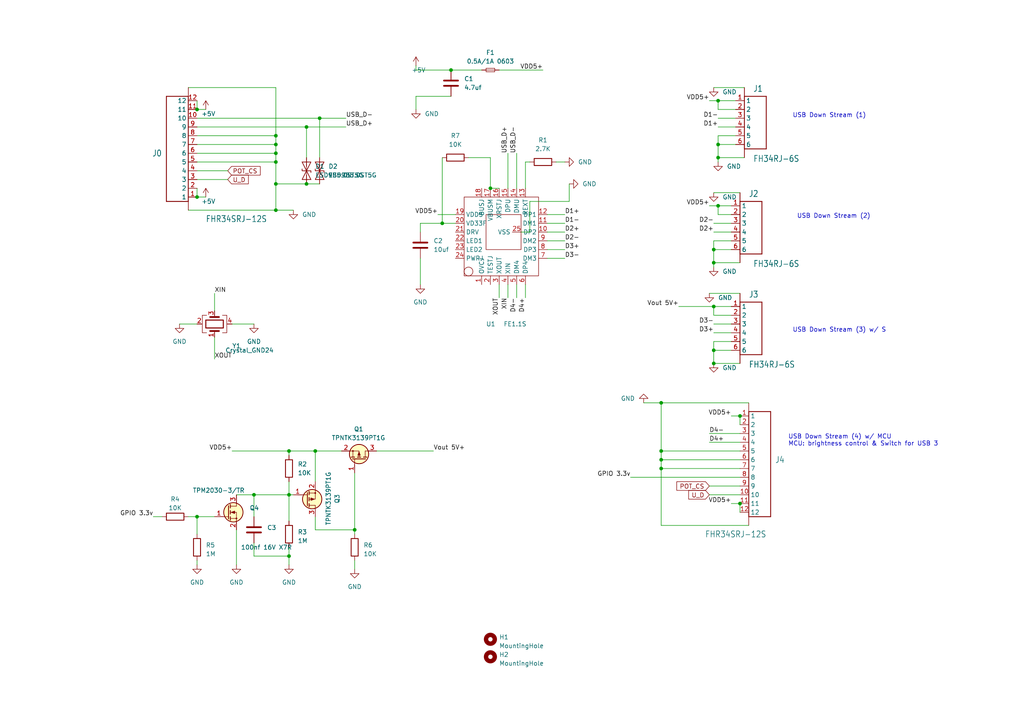
<source format=kicad_sch>
(kicad_sch (version 20230121) (generator eeschema)
  (paper "A4")
  (lib_symbols
    (symbol "AC_Library:FE1.1S"
      (property "Reference" "U" (at 21.59 -5.08 0))
      (property "Value" "FE1.1S" (at 10.16 -8.89 0))
      (symbol "FE1.1S_0_1"
        (rectangle (start 0 22.86) (end 21.59 0))
        (circle (center 1.27 1.27) (radius 1.27))
        (rectangle (start 6.35 17.78) (end 16.51 7.62))
      )
      (symbol "FE1.1S_1_1"
        (pin input line (at 5.08 -2.54 90) (length 2.54) (name "OVCJ") (number "1"))
        (pin input line (at 24.13 12.7 180) (length 2.54) (name "DP2") (number "10"))
        (pin input line (at 24.13 15.24 180) (length 2.54) (name "DM1") (number "11"))
        (pin input line (at 24.13 17.78 180) (length 2.54) (name "DP1") (number "12"))
        (pin input line (at 17.78 25.4 270) (length 2.54) (name "REXT") (number "13"))
        (pin input line (at 15.24 25.4 270) (length 2.54) (name "DMU") (number "14"))
        (pin input line (at 12.7 25.4 270) (length 2.54) (name "DPU") (number "15"))
        (pin input line (at 10.16 25.4 270) (length 2.54) (name "XRSTJ") (number "16"))
        (pin input line (at 7.62 25.4 270) (length 2.54) (name "VBUSM") (number "17"))
        (pin input line (at 5.08 25.4 270) (length 2.54) (name "BUSJ") (number "18"))
        (pin input line (at -2.54 17.78 0) (length 2.54) (name "VDD5") (number "19"))
        (pin input line (at 7.62 -2.54 90) (length 2.54) (name "TESTJ") (number "2"))
        (pin input line (at -2.54 15.24 0) (length 2.54) (name "VD33F") (number "20"))
        (pin input line (at -2.54 12.7 0) (length 2.54) (name "DRV") (number "21"))
        (pin input line (at -2.54 10.16 0) (length 2.54) (name "LED1") (number "22"))
        (pin input line (at -2.54 7.62 0) (length 2.54) (name "LED2") (number "23"))
        (pin input line (at -2.54 5.08 0) (length 2.54) (name "PWRJ") (number "24"))
        (pin input line (at 16.51 12.7 180) (length 2.54) (name "VSS") (number "25"))
        (pin input line (at 10.16 -2.54 90) (length 2.54) (name "XOUT") (number "3"))
        (pin input line (at 12.7 -2.54 90) (length 2.54) (name "XIN") (number "4"))
        (pin input line (at 15.24 -2.54 90) (length 2.54) (name "DM4") (number "5"))
        (pin input line (at 17.78 -2.54 90) (length 2.54) (name "DP4") (number "6"))
        (pin input line (at 24.13 5.08 180) (length 2.54) (name "DM3") (number "7"))
        (pin input line (at 24.13 7.62 180) (length 2.54) (name "DP3") (number "8"))
        (pin input line (at 24.13 10.16 180) (length 2.54) (name "DM2") (number "9"))
      )
    )
    (symbol "Device:C" (pin_numbers hide) (pin_names (offset 0.254))
      (property "Reference" "C" (at 0.635 2.54 0))
      (property "Value" "C" (at 0.635 -2.54 0))
      (symbol "C_0_1"
        (polyline (pts (xy -2.032 -0.762) (xy 2.032 -0.762)) (stroke (width 0.508)))
        (polyline (pts (xy -2.032 0.762) (xy 2.032 0.762)) (stroke (width 0.508)))
      )
      (symbol "C_1_1"
        (pin passive line (at 0 3.81 270) (length 2.794) (name "~") (number "1"))
        (pin passive line (at 0 -3.81 90) (length 2.794) (name "~") (number "2"))
      )
    )
    (symbol "Device:Crystal_GND24" (pin_names (offset 1.016) hide)
      (property "Reference" "Y" (at 3.175 5.08 0))
      (property "Value" "Crystal_GND24" (at 3.175 3.175 0))
      (symbol "Crystal_GND24_0_1"
        (rectangle (start -1.143 2.54) (end 1.143 -2.54) (stroke (width 0.3048)))
        (polyline (pts (xy -2.54 0) (xy -2.032 0)))
        (polyline (pts (xy -2.032 -1.27) (xy -2.032 1.27)) (stroke (width 0.508)))
        (polyline (pts (xy 0 -3.81) (xy 0 -3.556)))
        (polyline (pts (xy 0 3.556) (xy 0 3.81)))
        (polyline (pts (xy 2.032 -1.27) (xy 2.032 1.27)) (stroke (width 0.508)))
        (polyline (pts (xy 2.032 0) (xy 2.54 0)))
        (polyline (pts (xy -2.54 -2.286) (xy -2.54 -3.556) (xy 2.54 -3.556) (xy 2.54 -2.286)))
        (polyline (pts (xy -2.54 2.286) (xy -2.54 3.556) (xy 2.54 3.556) (xy 2.54 2.286)))
      )
      (symbol "Crystal_GND24_1_1"
        (pin passive line (at -3.81 0 0) (length 1.27) (name "1") (number "1"))
        (pin passive line (at 0 5.08 270) (length 1.27) (name "2") (number "2"))
        (pin passive line (at 3.81 0 180) (length 1.27) (name "3") (number "3"))
        (pin passive line (at 0 -5.08 90) (length 1.27) (name "4") (number "4"))
      )
    )
    (symbol "Device:Fuse_Small" (pin_numbers hide) (pin_names (offset 0.254) hide)
      (property "Reference" "F" (at 0 -1.524 0))
      (property "Value" "Fuse_Small" (at 0 1.524 0))
      (symbol "Fuse_Small_0_1"
        (rectangle (start -1.27 0.508) (end 1.27 -0.508))
        (polyline (pts (xy -1.27 0) (xy 1.27 0)))
      )
      (symbol "Fuse_Small_1_1"
        (pin passive line (at -2.54 0 0) (length 1.27) (name "~") (number "1"))
        (pin passive line (at 2.54 0 180) (length 1.27) (name "~") (number "2"))
      )
    )
    (symbol "Device:R" (pin_numbers hide) (pin_names (offset 0))
      (property "Reference" "R" (at 2.032 0 90))
      (property "Value" "R" (at 0 0 90))
      (symbol "R_0_1"
        (rectangle (start -1.016 -2.54) (end 1.016 2.54) (stroke (width 0.254)))
      )
      (symbol "R_1_1"
        (pin passive line (at 0 3.81 270) (length 1.27) (name "~") (number "1"))
        (pin passive line (at 0 -3.81 90) (length 1.27) (name "~") (number "2"))
      )
    )
    (symbol "Diode:ESD9B5.0ST5G" (pin_numbers hide) (pin_names (offset 1.016) hide)
      (property "Reference" "D" (at 0 2.54 0))
      (property "Value" "ESD9B5.0ST5G" (at 0 -2.54 0))
      (symbol "ESD9B5.0ST5G_0_1"
        (polyline (pts (xy 1.27 0) (xy -1.27 0)))
        (polyline (pts (xy -2.54 -1.27) (xy 0 0) (xy -2.54 1.27) (xy -2.54 -1.27)) (stroke (width 0.2032)))
        (polyline (pts (xy 0.508 1.27) (xy 0 1.27) (xy 0 -1.27) (xy -0.508 -1.27)) (stroke (width 0.2032)))
        (polyline (pts (xy 2.54 1.27) (xy 2.54 -1.27) (xy 0 0) (xy 2.54 1.27)) (stroke (width 0.2032)))
      )
      (symbol "ESD9B5.0ST5G_1_1"
        (pin passive line (at -3.81 0 0) (length 2.54) (name "A1") (number "1"))
        (pin passive line (at 3.81 0 180) (length 2.54) (name "A2") (number "2"))
      )
    )
    (symbol "Mechanical:MountingHole" (pin_names (offset 1.016))
      (property "Reference" "H" (at 0 5.08 0))
      (property "Value" "MountingHole" (at 0 3.175 0))
      (symbol "MountingHole_0_1"
        (circle (center 0 0) (radius 1.27) (stroke (width 1.27)))
      )
    )
    (symbol "NS_Integrator-eagle-import:FPC-0.5-6P-FH34RJ"
      (property "Reference" "J" (at 2.54 8.89 0))
      (property "Value" "FPC-0.5-6P-FH34RJ" (at 2.54 -10.16 0))
      (symbol "FPC-0.5-6P-FH34RJ_1_0"
        (polyline (pts (xy 0 -7.62) (xy 0 7.62)) (stroke (width 0.254)))
        (polyline (pts (xy 0 7.62) (xy 6.35 7.62)) (stroke (width 0.254)))
        (polyline (pts (xy 6.35 -7.62) (xy 0 -7.62)) (stroke (width 0.254)))
        (polyline (pts (xy 6.35 7.62) (xy 6.35 -7.62)) (stroke (width 0.254)))
        (pin bidirectional line (at -2.54 6.35 0) (length 2.54) (name "1") (number "1"))
        (pin bidirectional line (at -2.54 3.81 0) (length 2.54) (name "2") (number "2"))
        (pin bidirectional line (at -2.54 1.27 0) (length 2.54) (name "3") (number "3"))
        (pin bidirectional line (at -2.54 -1.27 0) (length 2.54) (name "4") (number "4"))
        (pin bidirectional line (at -2.54 -3.81 0) (length 2.54) (name "5") (number "5"))
        (pin bidirectional line (at -2.54 -6.35 0) (length 2.54) (name "6") (number "6"))
        (pin bidirectional line (at 0 -10.16 90) (length 2.54) (name "G1") (number "MH1"))
        (pin bidirectional line (at 0 10.16 270) (length 2.54) (name "G2") (number "MH2"))
      )
    )
    (symbol "Transistor_MOSFET_AKL:NTK3139P" (pin_names hide)
      (property "Reference" "Q" (at 5.08 1.27 0))
      (property "Value" "NTK3139P" (at 5.08 -1.27 0))
      (symbol "NTK3139P_0_1"
        (polyline (pts (xy 0.254 -1.905) (xy 0.254 1.905)) (stroke (width 0.254)))
        (polyline (pts (xy 0.254 1.27) (xy -2.54 1.27)))
        (polyline (pts (xy 0.762 -2.286) (xy 0.762 -1.27)) (stroke (width 0.254)))
        (polyline (pts (xy 0.762 -1.778) (xy 2.54 -1.778)))
        (polyline (pts (xy 0.762 -0.508) (xy 0.762 0.508)) (stroke (width 0.254)))
        (polyline (pts (xy 0.762 1.27) (xy 0.762 2.286)) (stroke (width 0.254)))
        (polyline (pts (xy 0.762 1.778) (xy 2.54 1.778)))
        (polyline (pts (xy 2.54 -2.54) (xy 2.54 -1.778)))
        (polyline (pts (xy 2.54 2.54) (xy 2.54 0) (xy 0.762 0)))
        (polyline (pts (xy 2.286 0) (xy 1.27 -0.381) (xy 1.27 0.381) (xy 2.286 0)) (fill (type outline)))
      )
      (symbol "NTK3139P_1_1"
        (circle (center 1.651 0) (radius 2.794) (stroke (width 0.254)) (fill (type background)))
        (circle (center 2.54 1.778) (radius 0.1778) (fill (type outline)))
        (pin input line (at -3.81 1.27 0) (length 2.54) (name "G") (number "1"))
        (pin passive line (at 2.54 5.08 270) (length 2.54) (name "S") (number "2"))
        (pin passive line (at 2.54 -5.08 90) (length 2.54) (name "D") (number "3"))
      )
    )
    (symbol "Transistor_MOSFET_AKL:SSM3K37MFV" (pin_names hide)
      (property "Reference" "Q" (at 5.08 1.27 0))
      (property "Value" "SSM3K37MFV" (at 5.08 -1.27 0))
      (symbol "SSM3K37MFV_0_1"
        (polyline (pts (xy 0.254 -1.27) (xy -2.54 -1.27)))
        (polyline (pts (xy 0.254 1.905) (xy 0.254 -1.905)) (stroke (width 0.254)))
        (polyline (pts (xy 0.762 -1.778) (xy 2.54 -1.778)))
        (polyline (pts (xy 0.762 -1.27) (xy 0.762 -2.286)) (stroke (width 0.254)))
        (polyline (pts (xy 0.762 0.508) (xy 0.762 -0.508)) (stroke (width 0.254)))
        (polyline (pts (xy 0.762 2.286) (xy 0.762 1.27)) (stroke (width 0.254)))
        (polyline (pts (xy 2.54 1.778) (xy 0.762 1.778)))
        (polyline (pts (xy 2.54 2.54) (xy 2.54 1.778)))
        (polyline (pts (xy 2.54 -2.54) (xy 2.54 0) (xy 0.762 0)))
        (polyline (pts (xy 1.016 0) (xy 2.032 0.381) (xy 2.032 -0.381) (xy 1.016 0)) (fill (type outline)))
        (circle (center 1.651 0) (radius 2.794) (stroke (width 0.254)) (fill (type background)))
        (circle (center 2.54 -1.778) (radius 0.1778) (fill (type outline)))
      )
      (symbol "SSM3K37MFV_1_1"
        (pin input line (at -3.81 -1.27 0) (length 2.54) (name "G") (number "1"))
        (pin passive line (at 2.54 -5.08 90) (length 2.54) (name "S") (number "2"))
        (pin passive line (at 2.54 5.08 270) (length 2.54) (name "D") (number "3"))
      )
    )
    (symbol "USER:FPC-0.5-12PFPC-0.5-12P"
      (property "Reference" "J2" (at -2.54 25.4 0))
      (property "Value" "FPC-0.5-12PFPC-0.5-12P" (at 2.54 25.4 0))
      (symbol "FPC-0.5-12PFPC-0.5-12P_1_0"
        (polyline (pts (xy 0 -5.08) (xy 0 25.4)) (stroke (width 0.254)))
        (polyline (pts (xy 0 25.4) (xy 6.35 25.4)) (stroke (width 0.254)))
        (polyline (pts (xy 6.35 -5.08) (xy 0 -5.08)) (stroke (width 0.254)))
        (polyline (pts (xy 6.35 25.4) (xy 6.35 -5.08)) (stroke (width 0.254)))
        (pin bidirectional line (at -2.54 24.13 0) (length 2.54) (name "1") (number "1"))
        (pin bidirectional line (at -2.54 1.27 0) (length 2.54) (name "10") (number "10"))
        (pin bidirectional line (at -2.54 -1.27 0) (length 2.54) (name "11") (number "11"))
        (pin bidirectional line (at -2.54 -3.81 0) (length 2.54) (name "12") (number "12"))
        (pin bidirectional line (at -2.54 21.59 0) (length 2.54) (name "2") (number "2"))
        (pin bidirectional line (at -2.54 19.05 0) (length 2.54) (name "3") (number "3"))
        (pin bidirectional line (at -2.54 16.51 0) (length 2.54) (name "4") (number "4"))
        (pin bidirectional line (at -2.54 13.97 0) (length 2.54) (name "5") (number "5"))
        (pin bidirectional line (at -2.54 11.43 0) (length 2.54) (name "6") (number "6"))
        (pin bidirectional line (at -2.54 8.89 0) (length 2.54) (name "7") (number "7"))
        (pin bidirectional line (at -2.54 6.35 0) (length 2.54) (name "8") (number "8"))
        (pin bidirectional line (at -2.54 3.81 0) (length 2.54) (name "9") (number "9"))
        (pin bidirectional line (at 0 -7.62 90) (length 2.54) (name "G1") (number "P$13"))
        (pin bidirectional line (at 0 27.94 270) (length 2.54) (name "G2") (number "P$14"))
      )
    )
    (symbol "power:+5V" (power) (pin_names (offset 0))
      (property "Value" "+5V" (at 0 3.556 0))
      (symbol "+5V_0_1"
        (polyline (pts (xy -0.762 1.27) (xy 0 2.54)))
        (polyline (pts (xy 0 0) (xy 0 2.54)))
        (polyline (pts (xy 0 2.54) (xy 0.762 1.27)))
      )
      (symbol "+5V_1_1"
        (pin power_in line (at 0 0 90) (length 0) hide (name "+5V") (number "1"))
      )
    )
    (symbol "power:GND" (power) (pin_names (offset 0))
      (property "Value" "GND" (at 0 -3.81 0))
      (symbol "GND_0_1"
        (polyline (pts (xy 0 0) (xy 0 -1.27) (xy 1.27 -1.27) (xy 0 -2.54) (xy -1.27 -1.27) (xy 0 -1.27)))
      )
      (symbol "GND_1_1"
        (pin power_in line (at 0 0 270) (length 0) hide (name "GND") (number "1"))
      )
    )
  )
  (junction (at 208.28 41.91))
  (junction (at 83.82 143.51))
  (junction (at 80.01 53.34))
  (junction (at 102.87 153.67))
  (junction (at 57.15 57.15))
  (junction (at 73.66 143.51))
  (junction (at 80.01 41.91))
  (junction (at 191.77 135.89))
  (junction (at 191.77 130.81))
  (junction (at 142.24 54.61))
  (junction (at 130.81 20.32))
  (junction (at 208.28 59.69))
  (junction (at 191.77 133.35))
  (junction (at 207.01 105.41))
  (junction (at 207.01 88.9))
  (junction (at 80.01 46.99))
  (junction (at 88.9 36.83))
  (junction (at 128.27 64.77))
  (junction (at 80.01 44.45))
  (junction (at 88.9 53.34))
  (junction (at 214.63 146.05))
  (junction (at 83.82 161.29))
  (junction (at 57.15 149.86))
  (junction (at 191.77 116.84))
  (junction (at 214.63 120.65))
  (junction (at 207.01 76.2))
  (junction (at 208.28 45.72))
  (junction (at 208.28 29.21))
  (junction (at 80.01 60.96))
  (junction (at 92.71 34.29))
  (junction (at 83.82 130.81))
  (junction (at 91.44 130.81))
  (junction (at 57.15 31.75))
  (junction (at 80.01 39.37))
  (junction (at 207.01 72.39))
  (junction (at 207.01 101.6))
  (wire (pts (xy 208.28 41.91) (xy 213.36 41.91)))
  (wire (pts (xy 214.63 128.27) (xy 205.74 128.27)))
  (wire (pts (xy 80.01 44.45) (xy 57.15 44.45)))
  (wire (pts (xy 214.63 125.73) (xy 205.74 125.73)))
  (wire (pts (xy 80.01 44.45) (xy 80.01 41.91)))
  (wire (pts (xy 147.32 44.45) (xy 147.32 54.61)))
  (wire (pts (xy 208.28 34.29) (xy 213.36 34.29)))
  (wire (pts (xy 214.63 148.59) (xy 214.63 146.05)))
  (wire (pts (xy 144.78 82.55) (xy 144.78 86.36)))
  (wire (pts (xy 57.15 149.86) (xy 62.23 149.86)))
  (wire (pts (xy 80.01 41.91) (xy 57.15 41.91)))
  (wire (pts (xy 213.36 29.21) (xy 208.28 29.21)))
  (wire (pts (xy 165.1 58.42) (xy 165.1 53.34)))
  (wire (pts (xy 120.65 20.32) (xy 130.81 20.32)))
  (wire (pts (xy 208.28 31.75) (xy 213.36 31.75)))
  (wire (pts (xy 73.66 143.51) (xy 73.66 149.86)))
  (wire (pts (xy 186.69 116.84) (xy 191.77 116.84)))
  (wire (pts (xy 149.86 82.55) (xy 149.86 86.36)))
  (wire (pts (xy 207.01 64.77) (xy 212.09 64.77)))
  (wire (pts (xy 57.15 29.21) (xy 57.15 31.75)))
  (wire (pts (xy 83.82 130.81) (xy 83.82 132.08)))
  (wire (pts (xy 147.32 82.55) (xy 147.32 86.36)))
  (wire (pts (xy 130.81 27.94) (xy 120.65 27.94)))
  (wire (pts (xy 208.28 45.72) (xy 208.28 41.91)))
  (wire (pts (xy 208.28 62.23) (xy 212.09 62.23)))
  (wire (pts (xy 132.08 64.77) (xy 128.27 64.77)))
  (wire (pts (xy 57.15 46.99) (xy 80.01 46.99)))
  (wire (pts (xy 121.92 64.77) (xy 121.92 67.31)))
  (wire (pts (xy 158.75 74.93) (xy 163.83 74.93)))
  (wire (pts (xy 83.82 130.81) (xy 91.44 130.81)))
  (wire (pts (xy 62.23 97.79) (xy 62.23 104.14)))
  (wire (pts (xy 57.15 34.29) (xy 92.71 34.29)))
  (wire (pts (xy 212.09 99.06) (xy 207.01 99.06)))
  (wire (pts (xy 102.87 137.16) (xy 102.87 153.67)))
  (wire (pts (xy 205.74 85.09) (xy 214.63 85.09)))
  (wire (pts (xy 91.44 130.81) (xy 91.44 139.7)))
  (wire (pts (xy 158.75 72.39) (xy 163.83 72.39)))
  (wire (pts (xy 207.01 55.88) (xy 214.63 55.88)))
  (wire (pts (xy 88.9 53.34) (xy 92.71 53.34)))
  (wire (pts (xy 196.85 88.9) (xy 207.01 88.9)))
  (wire (pts (xy 127 62.23) (xy 132.08 62.23)))
  (wire (pts (xy 83.82 143.51) (xy 83.82 151.13)))
  (wire (pts (xy 153.67 67.31) (xy 153.67 58.42)))
  (wire (pts (xy 208.28 39.37) (xy 208.28 41.91)))
  (wire (pts (xy 142.24 54.61) (xy 144.78 54.61)))
  (wire (pts (xy 152.4 54.61) (xy 152.4 46.99)))
  (wire (pts (xy 191.77 133.35) (xy 214.63 133.35)))
  (wire (pts (xy 57.15 149.86) (xy 57.15 154.94)))
  (wire (pts (xy 102.87 153.67) (xy 102.87 154.94)))
  (wire (pts (xy 207.01 101.6) (xy 212.09 101.6)))
  (wire (pts (xy 73.66 143.51) (xy 83.82 143.51)))
  (wire (pts (xy 142.24 45.72) (xy 135.89 45.72)))
  (wire (pts (xy 153.67 58.42) (xy 165.1 58.42)))
  (wire (pts (xy 80.01 60.96) (xy 80.01 53.34)))
  (wire (pts (xy 207.01 105.41) (xy 207.01 101.6)))
  (wire (pts (xy 120.65 19.05) (xy 120.65 20.32)))
  (wire (pts (xy 130.81 20.32) (xy 139.7 20.32)))
  (wire (pts (xy 182.88 138.43) (xy 214.63 138.43)))
  (wire (pts (xy 208.28 36.83) (xy 213.36 36.83)))
  (wire (pts (xy 213.36 39.37) (xy 208.28 39.37)))
  (wire (pts (xy 67.31 93.98) (xy 73.66 93.98)))
  (wire (pts (xy 80.01 25.4) (xy 54.61 25.4)))
  (wire (pts (xy 208.28 59.69) (xy 208.28 62.23)))
  (wire (pts (xy 91.44 153.67) (xy 102.87 153.67)))
  (wire (pts (xy 207.01 72.39) (xy 212.09 72.39)))
  (wire (pts (xy 149.86 44.45) (xy 149.86 54.61)))
  (wire (pts (xy 92.71 34.29) (xy 100.33 34.29)))
  (wire (pts (xy 66.04 49.53) (xy 57.15 49.53)))
  (wire (pts (xy 83.82 161.29) (xy 83.82 163.83)))
  (wire (pts (xy 73.66 157.48) (xy 73.66 161.29)))
  (wire (pts (xy 85.09 60.96) (xy 80.01 60.96)))
  (wire (pts (xy 57.15 162.56) (xy 57.15 163.83)))
  (wire (pts (xy 88.9 36.83) (xy 88.9 45.72)))
  (wire (pts (xy 207.01 91.44) (xy 212.09 91.44)))
  (wire (pts (xy 92.71 34.29) (xy 92.71 45.72)))
  (wire (pts (xy 128.27 45.72) (xy 128.27 64.77)))
  (wire (pts (xy 57.15 54.61) (xy 57.15 57.15)))
  (wire (pts (xy 191.77 130.81) (xy 214.63 130.81)))
  (wire (pts (xy 66.04 52.07) (xy 57.15 52.07)))
  (wire (pts (xy 158.75 64.77) (xy 163.83 64.77)))
  (wire (pts (xy 54.61 149.86) (xy 57.15 149.86)))
  (wire (pts (xy 67.31 130.81) (xy 83.82 130.81)))
  (wire (pts (xy 80.01 41.91) (xy 80.01 39.37)))
  (wire (pts (xy 152.4 46.99) (xy 153.67 46.99)))
  (wire (pts (xy 208.28 46.99) (xy 208.28 45.72)))
  (wire (pts (xy 191.77 152.4) (xy 217.17 152.4)))
  (wire (pts (xy 59.69 57.15) (xy 57.15 57.15)))
  (wire (pts (xy 207.01 25.4) (xy 215.9 25.4)))
  (wire (pts (xy 212.09 69.85) (xy 207.01 69.85)))
  (wire (pts (xy 191.77 130.81) (xy 191.77 133.35)))
  (wire (pts (xy 121.92 74.93) (xy 121.92 82.55)))
  (wire (pts (xy 207.01 76.2) (xy 214.63 76.2)))
  (wire (pts (xy 83.82 158.75) (xy 83.82 161.29)))
  (wire (pts (xy 191.77 133.35) (xy 191.77 135.89)))
  (wire (pts (xy 52.07 93.98) (xy 57.15 93.98)))
  (wire (pts (xy 207.01 96.52) (xy 212.09 96.52)))
  (wire (pts (xy 80.01 39.37) (xy 80.01 25.4)))
  (wire (pts (xy 151.13 67.31) (xy 153.67 67.31)))
  (wire (pts (xy 212.09 146.05) (xy 214.63 146.05)))
  (wire (pts (xy 212.09 59.69) (xy 208.28 59.69)))
  (wire (pts (xy 208.28 45.72) (xy 215.9 45.72)))
  (wire (pts (xy 158.75 62.23) (xy 163.83 62.23)))
  (wire (pts (xy 83.82 143.51) (xy 85.09 143.51)))
  (wire (pts (xy 59.69 31.75) (xy 57.15 31.75)))
  (wire (pts (xy 83.82 139.7) (xy 83.82 143.51)))
  (wire (pts (xy 191.77 116.84) (xy 191.77 130.81)))
  (wire (pts (xy 80.01 39.37) (xy 57.15 39.37)))
  (wire (pts (xy 158.75 67.31) (xy 163.83 67.31)))
  (wire (pts (xy 212.09 88.9) (xy 207.01 88.9)))
  (wire (pts (xy 91.44 130.81) (xy 99.06 130.81)))
  (wire (pts (xy 57.15 36.83) (xy 88.9 36.83)))
  (wire (pts (xy 207.01 105.41) (xy 214.63 105.41)))
  (wire (pts (xy 128.27 64.77) (xy 121.92 64.77)))
  (wire (pts (xy 208.28 29.21) (xy 205.74 29.21)))
  (wire (pts (xy 80.01 53.34) (xy 88.9 53.34)))
  (wire (pts (xy 207.01 88.9) (xy 207.01 91.44)))
  (wire (pts (xy 80.01 60.96) (xy 54.61 60.96)))
  (wire (pts (xy 212.09 120.65) (xy 214.63 120.65)))
  (wire (pts (xy 207.01 76.2) (xy 207.01 72.39)))
  (wire (pts (xy 73.66 161.29) (xy 83.82 161.29)))
  (wire (pts (xy 191.77 135.89) (xy 191.77 152.4)))
  (wire (pts (xy 80.01 44.45) (xy 80.01 46.99)))
  (wire (pts (xy 205.74 143.51) (xy 214.63 143.51)))
  (wire (pts (xy 102.87 162.56) (xy 102.87 165.1)))
  (wire (pts (xy 120.65 27.94) (xy 120.65 31.75)))
  (wire (pts (xy 205.74 140.97) (xy 214.63 140.97)))
  (wire (pts (xy 109.22 130.81) (xy 125.73 130.81)))
  (wire (pts (xy 191.77 135.89) (xy 214.63 135.89)))
  (wire (pts (xy 207.01 77.47) (xy 207.01 76.2)))
  (wire (pts (xy 91.44 153.67) (xy 91.44 149.86)))
  (wire (pts (xy 142.24 54.61) (xy 142.24 45.72)))
  (wire (pts (xy 158.75 69.85) (xy 163.83 69.85)))
  (wire (pts (xy 205.74 59.69) (xy 208.28 59.69)))
  (wire (pts (xy 62.23 85.09) (xy 62.23 90.17)))
  (wire (pts (xy 207.01 99.06) (xy 207.01 101.6)))
  (wire (pts (xy 207.01 93.98) (xy 212.09 93.98)))
  (wire (pts (xy 207.01 67.31) (xy 212.09 67.31)))
  (wire (pts (xy 44.45 149.86) (xy 46.99 149.86)))
  (wire (pts (xy 191.77 116.84) (xy 217.17 116.84)))
  (wire (pts (xy 161.29 46.99) (xy 163.83 46.99)))
  (wire (pts (xy 80.01 46.99) (xy 80.01 53.34)))
  (wire (pts (xy 207.01 69.85) (xy 207.01 72.39)))
  (wire (pts (xy 68.58 153.67) (xy 68.58 163.83)))
  (wire (pts (xy 208.28 29.21) (xy 208.28 31.75)))
  (wire (pts (xy 68.58 143.51) (xy 73.66 143.51)))
  (wire (pts (xy 88.9 36.83) (xy 100.33 36.83)))
  (wire (pts (xy 144.78 20.32) (xy 157.48 20.32)))
  (wire (pts (xy 214.63 123.19) (xy 214.63 120.65)))
  (wire (pts (xy 152.4 82.55) (xy 152.4 86.36)))
  (text "USB Down Stream (3) w/ S" (at 229.87 96.52 0) (effects (font (size 1.27 1.27)) (justify left bottom)))
  (text "USB Down Stream (4) w/ MCU\nMCU: brightness control & Switch for USB 3" (at 228.6 129.54 0) (effects (font (size 1.27 1.27)) (justify left bottom)))
  (text "USB Down Stream (2)" (at 231.14 63.5 0) (effects (font (size 1.27 1.27)) (justify left bottom)))
  (text "USB Down Stream (1)" (at 229.87 34.29 0) (effects (font (size 1.27 1.27)) (justify left bottom)))
  (label "D2+" (at 207.01 67.31 180))
  (label "VDD5+" (at 127 62.23 180))
  (label "VDD5+" (at 205.74 29.21 180))
  (label "D3+" (at 163.83 72.39 0))
  (label "D4-" (at 149.86 86.36 270))
  (label "D1+" (at 208.28 36.83 180))
  (label "D1-" (at 163.83 64.77 0))
  (label "Vout 5V+" (at 125.73 130.81 0))
  (label "D3+" (at 207.01 96.52 180))
  (label "D4-" (at 205.74 125.73 0))
  (label "XOUT" (at 62.23 104.14 0))
  (label "VDD5+" (at 67.31 130.81 180))
  (label "D4+" (at 152.4 86.36 270))
  (label "D3-" (at 207.01 93.98 180))
  (label "D2-" (at 207.01 64.77 180))
  (label "USB_D-" (at 100.33 34.29 0))
  (label "D3-" (at 163.83 74.93 0))
  (label "VDD5+" (at 205.74 59.69 180))
  (label "D1-" (at 208.28 34.29 180))
  (label "XIN" (at 147.32 86.36 270))
  (label "D2+" (at 163.83 67.31 0))
  (label "D4+" (at 205.74 128.27 0))
  (label "VDD5+" (at 212.09 120.65 180))
  (label "VDD5+" (at 212.09 146.05 180))
  (label "XIN" (at 62.23 85.09 0))
  (label "Vout 5V+" (at 196.85 88.9 180))
  (label "VDD5+" (at 157.48 20.32 180))
  (label "GPIO 3.3v" (at 182.88 138.43 180))
  (label "GPIO 3.3v" (at 44.45 149.86 180))
  (label "USB_D+" (at 100.33 36.83 0))
  (label "D1+" (at 163.83 62.23 0))
  (label "USB_D+" (at 147.32 44.45 90))
  (label "USB_D-" (at 149.86 44.45 90))
  (label "XOUT" (at 144.78 86.36 270))
  (label "D2-" (at 163.83 69.85 0))
  (global_label "U_D" (shape input) (at 66.04 52.07 0) (property "Intersheetrefs" "${INTERSHEET_REFS}" (effects hide)))
  (global_label "POT_CS" (shape input) (at 205.74 140.97 180) (property "Intersheetrefs" "${INTERSHEET_REFS}" (effects hide)))
  (global_label "U_D" (shape input) (at 205.74 143.51 180) (property "Intersheetrefs" "${INTERSHEET_REFS}" (effects hide)))
  (global_label "POT_CS" (shape input) (at 66.04 49.53 0) (property "Intersheetrefs" "${INTERSHEET_REFS}" (effects hide)))
  (symbol (lib_id "power:GND") (at 163.83 46.99 90) (unit 1)
    (property "Reference" "#PWR0109" (effects hide))
    (property "Value" "GND" (at 167.64 46.9899 90) (effects (justify right)))
  )
  (symbol (lib_id "Device:Crystal_GND24") (at 62.23 93.98 90) (unit 1)
    (property "Reference" "Y1" (at 68.58 100.33 90))
    (property "Value" "Crystal_GND24" (at 72.39 101.6 90))
    (property "Footprint" "Crystal:Crystal_SMD_2520-4Pin_2.5x2.0mm" (effects hide))
    (property "description" " 2520 12MHz" (effects hide))
  )
  (symbol (lib_id "power:GND") (at 68.58 163.83 0) (unit 1)
    (property "Reference" "#PWR02" (effects hide))
    (property "Value" "GND" (at 68.58 168.91 0))
  )
  (symbol (lib_id "Device:R") (at 57.15 158.75 180) (unit 1)
    (property "Reference" "R5" (at 59.69 158.115 0) (effects (justify right)))
    (property "Value" "1M" (at 59.69 160.655 0) (effects (justify right)))
    (property "Footprint" "Resistor_SMD:R_0402_1005Metric" (effects hide))
  )
  (symbol (lib_id "power:GND") (at 83.82 163.83 0) (unit 1)
    (property "Reference" "#PWR01" (effects hide))
    (property "Value" "GND" (at 83.82 168.91 0))
  )
  (symbol (lib_id "Device:R") (at 102.87 158.75 180) (unit 1)
    (property "Reference" "R6" (at 105.41 158.115 0) (effects (justify right)))
    (property "Value" "10K" (at 105.41 160.655 0) (effects (justify right)))
    (property "Footprint" "Resistor_SMD:R_0402_1005Metric" (effects hide))
  )
  (symbol (lib_id "USER:FPC-0.5-12PFPC-0.5-12P") (at 217.17 144.78 0) (unit 1)
    (property "Reference" "J4" (at 224.79 133.35 0) (effects (font (size 1.778 1.5113)) (justify left)))
    (property "Value" "FHR34SRJ-12S" (at 204.47 154.94 0) (effects (font (size 1.778 1.5113)) (justify left)))
    (property "Footprint" "USER_Global:FPC-0.5-12P" (effects hide))
  )
  (symbol (lib_id "power:+5V") (at 59.69 31.75 0) (unit 1)
    (property "Reference" "#PWR0117" (effects hide))
    (property "Value" "+5V" (at 58.42 33.02 0) (effects (justify left)))
  )
  (symbol (lib_id "power:GND") (at 121.92 82.55 0) (unit 1)
    (property "Reference" "#PWR0105" (effects hide))
    (property "Value" "GND" (at 121.92 87.63 0))
  )
  (symbol (lib_id "power:+5V") (at 59.69 57.15 0) (unit 1)
    (property "Reference" "#PWR0101" (effects hide))
    (property "Value" "+5V" (at 58.42 58.42 0) (effects (justify left)))
  )
  (symbol (lib_id "Device:R") (at 83.82 135.89 180) (unit 1)
    (property "Reference" "R2" (at 86.36 134.6199 0) (effects (justify right)))
    (property "Value" "10K" (at 86.36 137.1599 0) (effects (justify right)))
    (property "Footprint" "Resistor_SMD:R_0402_1005Metric" (effects hide))
  )
  (symbol (lib_id "Device:R") (at 50.8 149.86 270) (unit 1)
    (property "Reference" "R4" (at 50.8 144.78 90))
    (property "Value" "10K" (at 50.8 147.32 90))
    (property "Footprint" "Resistor_SMD:R_0402_1005Metric" (effects hide))
  )
  (symbol (lib_id "power:GND") (at 208.28 46.99 0) (unit 1)
    (property "Reference" "#PWR0115" (effects hide))
    (property "Value" "GND" (at 210.82 48.2599 0) (effects (justify left)))
  )
  (symbol (lib_id "Transistor_MOSFET_AKL:NTK3139P") (at 88.9 144.78 0) (unit 1)
    (property "Reference" "Q3" (at 97.79 146.05 90) (effects (justify left)))
    (property "Value" "TPNTK3139PT1G" (at 95.25 152.4 90) (effects (justify left)))
    (property "Footprint" "USER_Global:SOT723" (effects hide))
    (property "Datasheet" "https://www.tme.eu/Document/ded337931743887808eca18faf971546/NTK3139P.pdf" (effects hide))
  )
  (symbol (lib_id "Mechanical:MountingHole") (at 142.24 190.5 0) (unit 1)
    (property "Reference" "H2" (at 144.78 189.865 0) (effects (justify left)))
    (property "Value" "MountingHole" (at 144.78 192.405 0) (effects (justify left)))
    (property "Footprint" "MountingHole:MountingHole_2.1mm" (effects hide))
  )
  (symbol (lib_id "USER:FPC-0.5-12PFPC-0.5-12P") (at 54.61 33.02 180) (unit 1)
    (property "Reference" "J0" (at 46.99 44.45 0) (effects (font (size 1.778 1.5113)) (justify left)))
    (property "Value" "FHR34SRJ-12S" (at 77.47 63.5 0) (effects (font (size 1.778 1.5113)) (justify left)))
    (property "Footprint" "USER_Global:FPC-0.5-12P" (effects hide))
    (property "vendor" "https://item.szlcsc.com/418176.html" (effects hide))
  )
  (symbol (lib_id "Device:R") (at 83.82 154.94 180) (unit 1)
    (property "Reference" "R3" (at 86.36 154.305 0) (effects (justify right)))
    (property "Value" "1M" (at 86.36 156.845 0) (effects (justify right)))
    (property "Footprint" "Resistor_SMD:R_0402_1005Metric" (effects hide))
  )
  (symbol (lib_id "power:GND") (at 120.65 31.75 0) (unit 1)
    (property "Reference" "#PWR0118" (effects hide))
    (property "Value" "GND" (at 123.19 33.0199 0) (effects (justify left)))
  )
  (symbol (lib_id "Device:C") (at 130.81 24.13 0) (unit 1)
    (property "Reference" "C1" (at 134.62 22.8599 0) (effects (justify left)))
    (property "Value" "4.7uf" (at 134.62 25.3999 0) (effects (justify left)))
    (property "Footprint" "Capacitor_SMD:C_0603_1608Metric" (effects hide))
    (property "vendor" "https://item.szlcsc.com/2131.html" (effects hide))
  )
  (symbol (lib_id "Device:C") (at 121.92 71.12 0) (unit 1)
    (property "Reference" "C2" (at 125.73 69.8499 0) (effects (justify left)))
    (property "Value" "10uf" (at 125.73 72.3899 0) (effects (justify left)))
    (property "Footprint" "Capacitor_SMD:C_0603_1608Metric" (effects hide))
    (property "link" "https://item.szlcsc.com/93680.html" (effects hide))
  )
  (symbol (lib_id "Diode:ESD9B5.0ST5G") (at 88.9 49.53 90) (unit 1)
    (property "Reference" "D1" (at 91.44 48.26 90) (effects (justify right)))
    (property "Value" "ESD9B5.0ST5G" (at 91.44 50.8 90) (effects (justify right)))
    (property "Footprint" "Diode_SMD:D_0603_1608Metric" (effects hide))
  )
  (symbol (lib_id "Device:Fuse_Small") (at 142.24 20.32 0) (unit 1)
    (property "Reference" "F1" (at 142.24 15.24 0))
    (property "Value" "0.5A/1A 0603" (at 142.24 17.78 0))
    (property "Footprint" "Fuse:Fuse_0603_1608Metric" (effects hide))
    (property "vendor" "https://item.szlcsc.com/764095.html" (effects hide))
  )
  (symbol (lib_id "power:GND") (at 73.66 93.98 0) (unit 1)
    (property "Reference" "#PWR0103" (effects hide))
    (property "Value" "GND" (at 73.66 99.06 0))
  )
  (symbol (lib_id "NS_Integrator-eagle-import:FPC-0.5-6P-FH34RJ") (at 214.63 66.04 0) (unit 1)
    (property "Reference" "J2" (at 217.17 57.15 0) (effects (font (size 1.778 1.5113)) (justify left bottom)))
    (property "Value" "FH34RJ-6S" (at 218.44 77.47 0) (effects (font (size 1.778 1.5113)) (justify left bottom)))
    (property "Footprint" "USER_Global:FH34RJ-6S" (effects hide))
  )
  (symbol (lib_id "AC_Library:FE1.1S") (at 134.62 80.01 0) (unit 1)
    (property "Reference" "U1" (at 140.97 93.98 0) (effects (justify left)))
    (property "Value" "FE1.1S" (at 146.05 93.98 0) (effects (justify left)))
    (property "Footprint" "USER_Global:FE1.1S_QFN-24_narrow" (effects hide))
    (property "vendor" "https://item.taobao.com/item.htm?id=676270198015" (effects hide))
  )
  (symbol (lib_id "power:GND") (at 207.01 25.4 0) (unit 1)
    (property "Reference" "#PWR0106" (effects hide))
    (property "Value" "GND" (at 209.55 26.6699 0) (effects (justify left)))
  )
  (symbol (lib_id "power:GND") (at 52.07 93.98 0) (unit 1)
    (property "Reference" "#PWR0102" (effects hide))
    (property "Value" "GND" (at 52.07 99.06 0))
  )
  (symbol (lib_id "power:GND") (at 207.01 105.41 0) (unit 1)
    (property "Reference" "#PWR0110" (effects hide))
    (property "Value" "GND" (at 209.55 106.6799 0) (effects (justify left)))
  )
  (symbol (lib_id "Transistor_MOSFET_AKL:NTK3139P") (at 104.14 133.35 90) (unit 1)
    (property "Reference" "Q1" (at 105.41 124.46 90) (effects (justify left)))
    (property "Value" "TPNTK3139PT1G" (at 111.76 127 90) (effects (justify left)))
    (property "Footprint" "USER_Global:SOT723" (effects hide))
    (property "Datasheet" "https://www.tme.eu/Document/ded337931743887808eca18faf971546/NTK3139P.pdf" (effects hide))
  )
  (symbol (lib_id "Diode:ESD9B5.0ST5G") (at 92.71 49.53 90) (unit 1)
    (property "Reference" "D2" (at 95.25 48.26 90) (effects (justify right)))
    (property "Value" "ESD9B5.0ST5G" (at 95.25 50.8 90) (effects (justify right)))
    (property "Footprint" "Diode_SMD:D_0603_1608Metric" (effects hide))
  )
  (symbol (lib_id "power:GND") (at 207.01 55.88 0) (unit 1)
    (property "Reference" "#PWR0111" (effects hide))
    (property "Value" "GND" (at 209.55 57.1499 0) (effects (justify left)))
  )
  (symbol (lib_id "power:GND") (at 85.09 60.96 0) (unit 1)
    (property "Reference" "#PWR0104" (effects hide))
    (property "Value" "GND" (at 87.63 62.2299 0) (effects (justify left)))
  )
  (symbol (lib_id "power:GND") (at 186.69 116.84 180) (unit 1)
    (property "Reference" "#PWR0112" (effects hide))
    (property "Value" "GND" (at 184.15 115.5701 0) (effects (justify left)))
  )
  (symbol (lib_id "power:GND") (at 207.01 77.47 0) (unit 1)
    (property "Reference" "#PWR0113" (effects hide))
    (property "Value" "GND" (at 209.55 78.7399 0) (effects (justify left)))
  )
  (symbol (lib_id "power:+5V") (at 120.65 19.05 0) (unit 1)
    (property "Reference" "#PWR0119" (effects hide))
    (property "Value" "+5V" (at 119.38 20.32 0) (effects (justify left)))
  )
  (symbol (lib_id "Mechanical:MountingHole") (at 142.24 185.42 0) (unit 1)
    (property "Reference" "H1" (at 144.78 184.785 0) (effects (justify left)))
    (property "Value" "MountingHole" (at 144.78 187.325 0) (effects (justify left)))
    (property "Footprint" "MountingHole:MountingHole_2.1mm" (effects hide))
  )
  (symbol (lib_id "power:GND") (at 165.1 53.34 90) (unit 1)
    (property "Reference" "#PWR0108" (effects hide))
    (property "Value" "GND" (at 168.91 53.34 90) (effects (justify right)))
  )
  (symbol (lib_id "power:GND") (at 102.87 165.1 0) (unit 1)
    (property "Reference" "#PWR0107" (effects hide))
    (property "Value" "GND" (at 102.87 170.18 0))
  )
  (symbol (lib_id "power:GND") (at 57.15 163.83 0) (unit 1)
    (property "Reference" "#PWR03" (effects hide))
    (property "Value" "GND" (at 57.15 168.91 0))
  )
  (symbol (lib_id "Device:R") (at 132.08 45.72 90) (unit 1)
    (property "Reference" "R7" (at 132.08 39.37 90))
    (property "Value" "10K" (at 132.08 41.91 90))
    (property "Footprint" "Resistor_SMD:R_0402_1005Metric" (effects hide))
  )
  (symbol (lib_id "NS_Integrator-eagle-import:FPC-0.5-6P-FH34RJ") (at 214.63 95.25 0) (unit 1)
    (property "Reference" "J3" (at 217.17 86.36 0) (effects (font (size 1.778 1.5113)) (justify left bottom)))
    (property "Value" "FH34RJ-6S" (at 217.17 106.68 0) (effects (font (size 1.778 1.5113)) (justify left bottom)))
    (property "Footprint" "USER_Global:FH34RJ-6S" (effects hide))
  )
  (symbol (lib_id "Device:R") (at 157.48 46.99 90) (unit 1)
    (property "Reference" "R1" (at 157.48 40.64 90))
    (property "Value" "2.7K" (at 157.48 43.18 90))
    (property "Footprint" "Resistor_SMD:R_0402_1005Metric" (effects hide))
  )
  (symbol (lib_id "Transistor_MOSFET_AKL:SSM3K37MFV") (at 66.04 148.59 0) (unit 1)
    (property "Reference" "Q4" (at 72.39 147.3199 0) (effects (justify left)))
    (property "Value" "TPM2030-3/TR" (at 55.88 142.24 0) (effects (justify left)))
    (property "Footprint" "USER_Global:SOT723" (effects hide))
    (property "Datasheet" "https://www.tme.eu/Document/cccecab82ffd8a2e09b62f398d077ba0/SSM3K37MFV.pdf" (effects hide))
  )
  (symbol (lib_id "NS_Integrator-eagle-import:FPC-0.5-6P-FH34RJ") (at 215.9 35.56 0) (unit 1)
    (property "Reference" "J1" (at 218.44 26.67 0) (effects (font (size 1.778 1.5113)) (justify left bottom)))
    (property "Value" "FH34RJ-6S" (at 218.44 46.99 0) (effects (font (size 1.778 1.5113)) (justify left bottom)))
    (property "Footprint" "USER_Global:FH34RJ-6S" (effects hide))
  )
  (symbol (lib_id "power:GND") (at 205.74 85.09 0) (unit 1)
    (property "Reference" "#PWR0114" (effects hide))
    (property "Value" "GND" (at 208.28 86.3599 0) (effects (justify left)))
  )
  (symbol (lib_id "Device:C") (at 73.66 153.67 0) (unit 1)
    (property "Reference" "C3" (at 77.47 153.035 0) (effects (justify left)))
    (property "Value" "100nf 16V X7R" (at 69.85 158.75 0) (effects (justify left)))
    (property "Footprint" "Capacitor_SMD:C_0402_1005Metric" (effects hide))
  )
)
</source>
